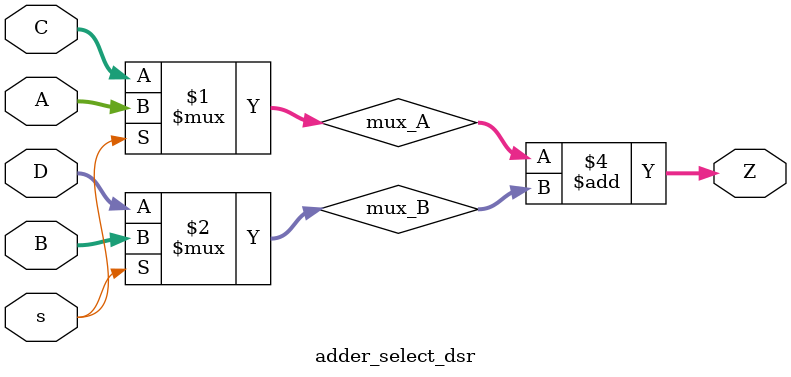
<source format=v>
module adder_select_dsr(
    input wire s,
    input wire [31:0] A, B, C, D,
    output reg [32:0] Z
);

wire [31:0] mux_A = s ? A : C;
wire [31:0] mux_B = s ? B : D;

always @(*) begin
    Z <= mux_A + mux_B;
end

endmodule
</source>
